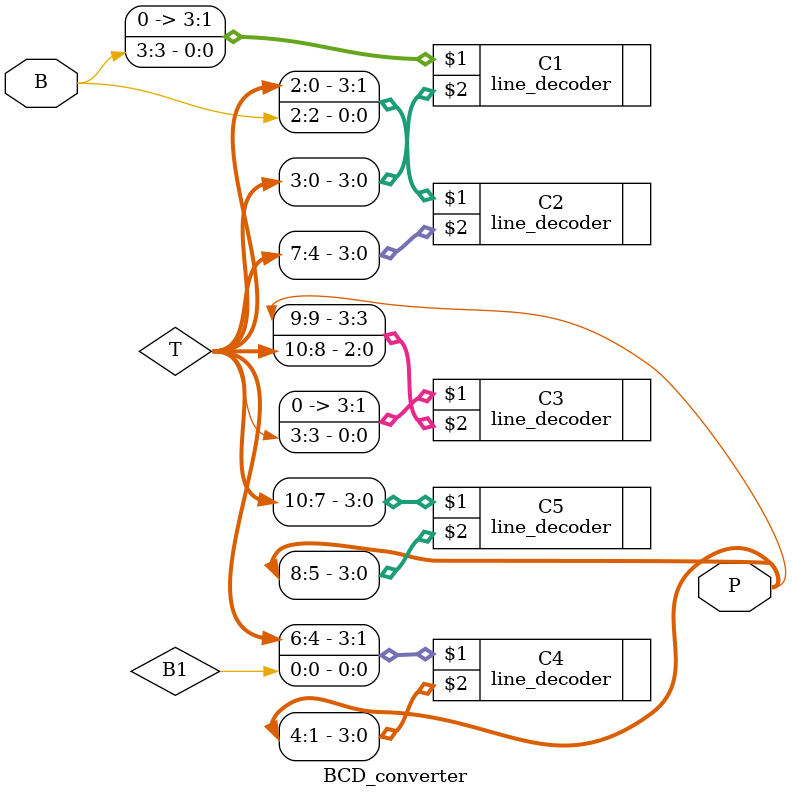
<source format=v>
`include "line_decoder.v"
module BCD_converter(B,P);

input [3:0]B;
output [9:0]P;
wire [10:0]T;

line_decoder C1 ({3'b000,B[3]},T[3:0]);
line_decoder C2 ({T[2:0],B[2]},T[7:4]);
line_decoder C3 ({3'b000,T[3]},{P[9],T[10:8]});
line_decoder C4 ({T[6:4],B1},P[4:1]);
line_decoder C5 (T[10:7],P[8:5]);


endmodule


</source>
